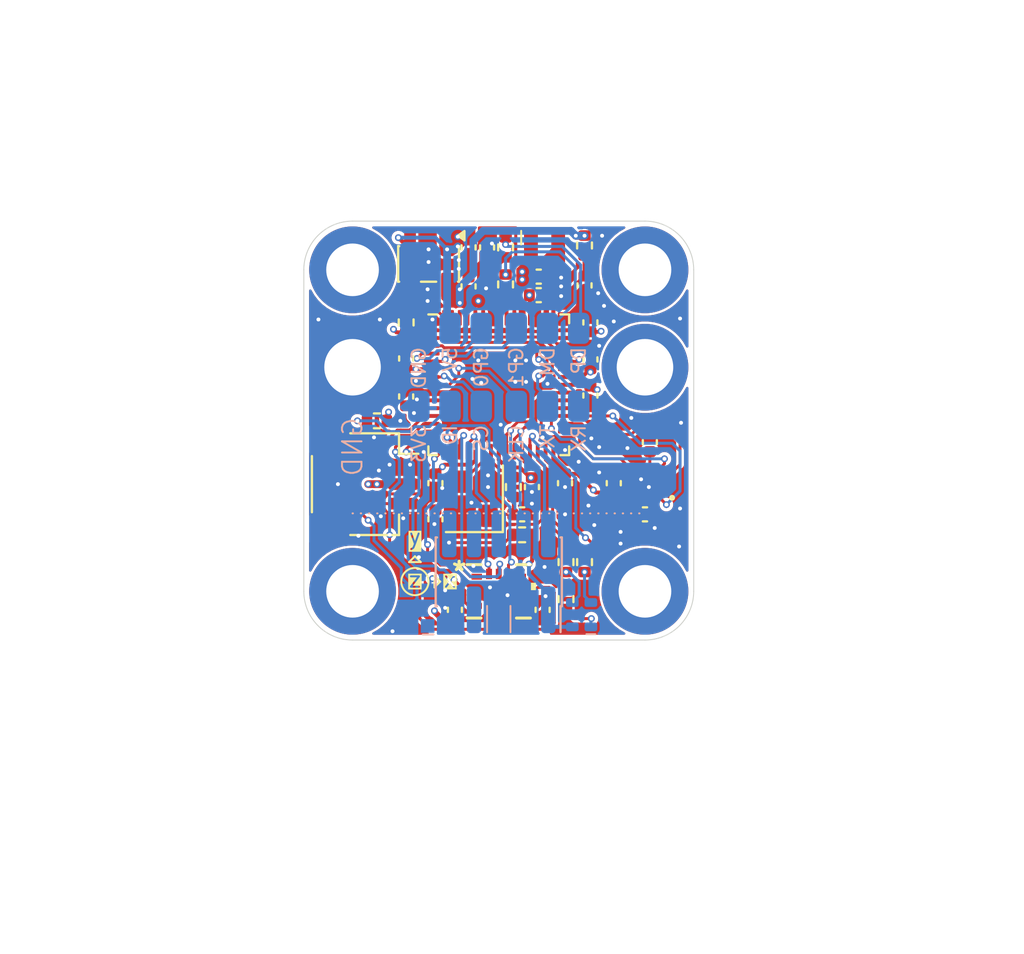
<source format=kicad_pcb>
(kicad_pcb (version 20241229) (generator "pcbnew") (generator_version "9.0")
  (layers (0 "F.Cu" signal) (4 "In1.Cu" signal) (6 "In2.Cu" signal) (2 "B.Cu" signal) (13 "F.Paste" user) (15 "B.Paste" user) (5 "F.SilkS" user "F.Silkscreen") (7 "B.SilkS" user "B.Silkscreen") (1 "F.Mask" user) (3 "B.Mask" user) (25 "Edge.Cuts" user))
  (net 0 "")
  (net 1 "+3V3")
  (net 2 "GND")
  (net 3 "+5V")
  (net 4 "VCC")
  (net 5 "Net-(U3-C1)")
  (net 6 "BKPK_USBDM")
  (net 7 "BKPK_CLK")
  (net 8 "BKPK_RX")
  (net 9 "BKPK_USBDP")
  (net 10 "BKPK_GP1")
  (net 11 "BKPK_TX")
  (net 15 "Net-(D1-RK)")
  (net 16 "Net-(D1-GK)")
  (net 17 "Net-(D1-BK)")
  (net 19 "LED_RED")
  (net 20 "LED_GREEN")
  (net 21 "LED_BLUE")
  (net 22 "Net-(C8-Pad1)")
  (net 23 "Net-(U1-XIN)")
  (net 24 "Net-(U1-VREG_AVDD)")
  (net 25 "+1V1")
  (net 26 "Net-(U1-USB_DP)")
  (net 27 "Net-(U1-USB_DM)")
  (net 28 "Net-(U1-XOUT)")
  (net 29 "Net-(U1-QSPI_SS)")
  (net 32 "/VREG_LX")
  (net 33 "RESET")
  (net 37 "BKPK_CS")
  (net 38 "BKPK_BPID")
  (net 39 "BKPK_GP0")
  (net 40 "Net-(U1-GPIO27_ADC1)")
  (net 41 "MAG_SDO")
  (net 42 "MAG_CS")
  (net 43 "MAG_SDI")
  (net 44 "MAG_CLK")
  (net 45 "ACCL_INT2")
  (net 46 "ACCL_INT1")
  (net 47 "ACCL_CLK")
  (net 50 "ACCL_CS")
  (net 51 "ACCL_SDI")
  (net 52 "ACCL_SDO")
  (net 53 "SWDIO{slash}TX{slash}SDA")
  (net 54 "SWCLK{slash}RX{slash}SCL")
  (net 55 "JST_GPIO")
  (net 59 "LED_2812")
  (footprint "Capacitor_SMD:C_0402_1005Metric" (layer "F.Cu") (at 34.25 162.8 -90)
    (property "Reference" "C9" (hide yes))
    (property "Value" "10p")
  )
  (footprint "Resistor_SMD:R_0402_1005Metric" (layer "F.Cu") (at 31.25 157.75 180)
    (property "Reference" "R10" (hide yes))
    (property "Value" "1k")
  )
  (footprint "Resistor_SMD:R_0402_1005Metric" (layer "F.Cu") (at 38.25 161.15 90)
    (property "Reference" "R6" (hide yes))
    (property "Value" "1k")
  )
  (footprint "Connector_Jake:Wurth_WA-SMST_M2_Thread_1.5mm_9774015243R" (layer "F.Cu") (at 30 155)
    (property "Reference" "J2" (hide yes))
    (property "Value" "Conn_01x01")
  )
  (footprint "Device_Jake:RP2350-QFN-60-1EP_7x7_P0.4mm_EP3.4x3.4mm" (layer "F.Cu") (at 37.5 155.9)
    (property "Reference" "U1" (hide yes))
    (property "Value" "RP2350_60QFN")
  )
  (footprint "Capacitor_SMD:C_0402_1005Metric" (layer "F.Cu") (at 36.9 148.85 90)
    (property "Reference" "C4" (hide yes))
    (property "Value" "10uF 6.3v")
  )
  (footprint "Capacitor_SMD:C_0402_1005Metric" (layer "F.Cu") (at 42.2 156.45 90)
    (property "Reference" "C21" (hide yes))
    (property "Value" "0.1uF 6.3v")
  )
  (footprint "Capacitor_SMD:C_0402_1005Metric" (layer "F.Cu") (at 39.2 161.15 90)
    (property "Reference" "C13" (hide yes))
    (property "Value" "4.7uF 6.3v")
  )
  (footprint "Capacitor_SMD:C_0402_1005Metric" (layer "F.Cu") (at 40.9 160.95 90)
    (property "Reference" "C19" (hide yes))
    (property "Value" "0.1uF 6.3v")
  )
  (footprint "Connector_Jake:MountingHole_M2.5_Corner" (layer "F.Cu") (at 30 150)
    (property "Reference" "H4" (hide yes))
    (property "Value" "MountingHole")
  )
  (footprint "Capacitor_SMD:C_0402_1005Metric" (layer "F.Cu") (at 41.9 150.8 90)
    (property "Reference" "C10" (hide yes))
    (property "Value" "4.7uF 6.3v")
  )
  (footprint "Connector_Jake:MountingHole_M2.5_Corner" (layer "F.Cu") (at 45 166.5)
    (property "Reference" "H2" (hide yes))
    (property "Value" "MountingHole")
  )
  (footprint "Resistor_SMD:R_0402_1005Metric" (layer "F.Cu") (at 32.75 152.7 90)
    (property "Reference" "R8" (hide yes))
    (property "Value" "10k")
  )
  (footprint "Device_Jake:LGA-12_2X2X1_STM" (layer "F.Cu") (at 45 160.95 180)
    (property "Reference" "U3" (hide yes))
    (property "Value" "LIS2MDLTR")
  )
  (footprint "Capacitor_SMD:C_0402_1005Metric" (layer "F.Cu") (at 42.2 154.6 -90)
    (property "Reference" "C15" (hide yes))
    (property "Value" "0.1uF 6.3v")
  )
  (footprint "Resistor_SMD:R_0402_1005Metric" (layer "F.Cu") (at 41.9 165 -90)
    (property "Reference" "R3" (hide yes))
    (property "Value" "470R")
  )
  (footprint "Capacitor_SMD:C_0402_1005Metric" (layer "F.Cu") (at 35.25 167.45 90)
    (property "Reference" "C1" (hide yes))
    (property "Value" "0.1uF 6.3v")
  )
  (footprint "Resistor_SMD:R_0402_1005Metric" (layer "F.Cu") (at 38.7 163.6 180)
    (property "Reference" "R9" (hide yes))
    (property "Value" "10k")
  )
  (footprint "Capacitor_SMD:C_0402_1005Metric" (layer "F.Cu") (at 35.95 150.85 -90)
    (property "Reference" "C18" (hide yes))
    (property "Value" "0.1uF 6.3v")
  )
  (footprint "Resistor_SMD:R_0402_1005Metric" (layer "F.Cu") (at 40.95 165 -90)
    (property "Reference" "R4" (hide yes))
    (property "Value" "470R")
  )
  (footprint "Connector_Jake:MountingHole_M2.5_Corner" (layer "F.Cu") (at 30 166.5)
    (property "Reference" "H3" (hide yes))
    (property "Value" "MountingHole")
  )
  (footprint "Capacitor_SMD:C_0402_1005Metric" (layer "F.Cu") (at 32.75 156.5 -90)
    (property "Reference" "C16" (hide yes))
    (property "Value" "0.1uF 6.3v")
  )
  (footprint "Device_Jake:L_pol_2016" (layer "F.Cu") (at 39.85 148.8)
    (property "Reference" "L1" (hide yes))
    (property "Value" "3.3uH")
  )
  (footprint "Resistor_SMD:R_0402_1005Metric" (layer "F.Cu") (at 37.85 148.85 90)
    (property "Reference" "R1" (hide yes))
    (property "Value" "27R")
  )
  (footprint "Capacitor_SMD:C_0402_1005Metric" (layer "F.Cu") (at 43.4 160.95 90)
    (property "Reference" "C6" (hide yes))
    (property "Value" "0.1uF 6.3v")
  )
  (footprint "Resistor_SMD:R_0402_1005Metric" (layer "F.Cu") (at 41.9 148.75 -90)
    (property "Reference" "R7" (hide yes))
    (property "Value" "33R")
  )
  (footprint "Connector_Jake:MountingHole_M2.5_Corner" (layer "F.Cu") (at 45 150)
    (property "Reference" "H1" (hide yes))
    (property "Value" "MountingHole")
  )
  (footprint "Capacitor_SMD:C_0402_1005Metric" (layer "F.Cu") (at 38.7 162.55)
    (property "Reference" "C8" (hide yes))
    (property "Value" "10p")
  )
  (footprint "Capacitor_SMD:C_0402_1005Metric" (layer "F.Cu") (at 34.25 160.95 90)
    (property "Reference" "C20" (hide yes))
    (property "Value" "0.1uF 6.3v")
  )
  (footprint "Crystal:Crystal_SMD_2520-4Pin_2.5x2.0mm" (layer "F.Cu") (at 36.25 161.75 90)
    (property "Reference" "Y1" (hide yes))
    (property "Value" "12MHz")
  )
  (footprint "Package_TO_SOT_SMD:SOT-23-5" (layer "F.Cu") (at 33.9 149.7 -90)
    (property "Reference" "U2" (hide yes))
    (property "Value" "AP2112K-3.3")
  )
  (footprint "Capacitor_SMD:C_0402_1005Metric" (layer "F.Cu") (at 39.75 167.45 -90)
    (property "Reference" "C5" (hide yes))
    (property "Value" "0.1uF 6.3v")
  )
  (footprint "Device_Jake:LGA14_LSM6_STM" (layer "F.Cu") (at 37.5 166.5)
    (property "Reference" "U4" (hide yes))
    (property "Value" "LSM6DSV16X")
  )
  (footprint "Capacitor_SMD:C_0402_1005Metric" (layer "F.Cu") (at 42.2 152.7 -90)
    (property "Reference" "C17" (hide yes))
    (property "Value" "0.1uF 6.3v")
  )
  (footprint "Capacitor_SMD:C_0402_1005Metric" (layer "F.Cu") (at 32.75 154.55 -90)
    (property "Reference" "C14" (hide yes))
    (property "Value" "0.1uF 6.3v")
  )
  (footprint "Capacitor_SMD:C_0402_1005Metric" (layer "F.Cu") (at 39.55 151.3 180)
    (property "Reference" "C12" (hide yes))
    (property "Value" "4.7uF 6.3v")
  )
  (footprint "Capacitor_SMD:C_0402_1005Metric" (layer "F.Cu") (at 39.55 150.35 180)
    (property "Reference" "C11" (hide yes))
    (property "Value" "4.7uF 6.3v")
  )
  (footprint "Capacitor_SMD:C_0402_1005Metric" (layer "F.Cu") (at 35.95 148.85 -90)
    (property "Reference" "C3" (hide yes))
    (property "Value" "10uF 6.3v")
  )
  (footprint "Capacitor_SMD:C_0402_1005Metric" (layer "F.Cu") (at 45 162.55)
    (property "Reference" "C2" (hide yes))
    (property "Value" "10uF 6.3v")
  )
  (footprint "Connector_Jake:JST_SH_SM03B-SRSS-TB_1x03-1MP_P1.00mm_Horizontal" (layer "F.Cu") (at 30.6 161 -90)
    (property "Reference" "J7" (hide yes))
    (property "Value" "Conn_01x03")
  )
  (footprint "Resistor_SMD:R_0402_1005Metric" (layer "F.Cu") (at 40.95 166.9 -90)
    (property "Reference" "R2" (hide yes))
    (property "Value" "1k")
  )
  (footprint "Capacitor_SMD:C_0402_1005Metric" (layer "F.Cu") (at 45.25 158.85 90)
    (property "Reference" "C24" (hide yes))
    (property "Value" "220nF 6.3v")
  )
  (footprint "Resistor_SMD:R_0402_1005Metric" (layer "F.Cu") (at 37.85 150.75 90)
    (property "Reference" "R5" (hide yes))
    (property "Value" "27R")
  )
  (footprint "Connector_Jake:Wurth_WA-SMST_M2_Thread_1.5mm_9774015243R" (layer "F.Cu") (at 45 155)
    (property "Reference" "J1" (hide yes))
    (property "Value" "Conn_01x01")
  )
  (footprint "Connector_Jake:SpringTarget_2x03_Molex_0788641001" (layer "B.Cu") (at 35 155 -90)
    (property "Reference" "J6" (hide yes))
    (property "Value" "Conn_02x03_Odd_Even")
  )
  (footprint "Connector_Jake:PinHeader_2x05_P1.27mm_Vertical_SMD_Shrouded_BD125-10-A-0305-0580-L-B" (layer "B.Cu") (at 37.5 165.5 90)
    (property "Reference" "J4" (hide yes))
    (property "Value" "Conn_ARM_JTAG_SWD_10")
  )
  (footprint "Connector_Jake:SpringTarget_2x03_Molex_0788641001" (layer "B.Cu") (at 40 155 -90)
    (property "Reference" "J3" (hide yes))
    (property "Value" "Conn_02x03_Odd_Even")
  )
  (footprint "LED_Jake:LED_RGB_1615" (layer "B.Cu") (at 41.75 167.7 90)
    (property "Reference" "D1" (hide yes))
    (property "Value" "LED_RABG")
  )
  (footprint "LED_Jake:LED_WS2812B-2020_PLCC4_2.0x2.0mm" (layer "B.Cu") (at 33.3 167.365 90)
    (property "Reference" "D2" (hide yes))
    (property "Value" "WS2812B-2020")
  )
  (gr_line (start 34.2 166.3) (end 34.5 166) (stroke (width 0.1)) (layer "F.SilkS"))
  (gr_line (start 32.9 165) (end 33.5 165) (stroke (width 0.1)) (layer "F.SilkS"))
  (gr_line (start 34.2 165.7) (end 34.2 166.3) (stroke (width 0.1)) (layer "F.SilkS"))
  (gr_circle (center 33.2 166) (end 33.9 166) (stroke (width 0.1)) (fill no) (layer "F.SilkS"))
  (gr_line (start 33.5 165) (end 33.2 164.7) (stroke (width 0.1)) (layer "F.SilkS"))
  (gr_line (start 34.5 166) (end 34.2 165.7) (stroke (width 0.1)) (layer "F.SilkS"))
  (gr_line (start 33.2 164.7) (end 32.9 165) (stroke (width 0.1)) (layer "F.SilkS"))
  (gr_line (start 30 162.5) (end 45 162.5) (stroke (width 0.1) (type dot)) (layer "B.SilkS"))
  (gr_arc (start 27.5 150) (mid 28.232233 148.232233) (end 30 147.5) (stroke (width 0.05)) (layer "Edge.Cuts"))
  (gr_arc (start 30 169) (mid 28.232233 168.267767) (end 27.5 166.5) (stroke (width 0.05)) (layer "Edge.Cuts"))
  (gr_arc (start 45 147.5) (mid 46.767767 148.232233) (end 47.5 150) (stroke (width 0.05)) (layer "Edge.Cuts"))
  (gr_line (start 47.5 150) (end 47.5 166.5) (stroke (width 0.05)) (layer "Edge.Cuts"))
  (gr_line (start 30 147.5) (end 45 147.5) (stroke (width 0.05)) (layer "Edge.Cuts"))
  (gr_line (start 27.5 166.5) (end 27.5 150) (stroke (width 0.05)) (layer "Edge.Cuts"))
  (gr_arc (start 47.5 166.5) (mid 46.767767 168.267767) (end 45 169) (stroke (width 0.05)) (layer "Edge.Cuts"))
  (gr_line (start 45 169) (end 30 169) (stroke (width 0.05)) (layer "Edge.Cuts"))
  (gr_text "y" (at 33.2 163.7 0) (layer "F.SilkS" knockout) (effects (font (size 0.8 0.8) (thickness 0.1))))
  (gr_text "z" (at 33.2 165.9 0) (layer "F.SilkS" knockout) (effects (font (size 0.8 0.8) (thickness 0.1))))
  (gr_text "x" (at 35 165.9 0) (layer "F.SilkS" knockout) (effects (font (size 0.8 0.8) (thickness 0.1))))
  (gr_text "RX" (at 41.6 157.9 90) (layer "B.SilkS") (effects (font (size 0.7 0.7) (thickness 0.1)) (justify left mirror)))
  (gr_text "GND" (at 30 157.5 90) (layer "B.SilkS") (effects (font (size 1 1) (thickness 0.1)) (justify left mirror)))
  (gr_text "CLK" (at 38.4 157.9 90) (layer "B.SilkS") (effects (font (size 0.7 0.7) (thickness 0.1)) (justify left mirror)))
  (gr_text "5V" (at 35 153.9 90) (layer "B.SilkS") (effects (font (size 0.7 0.7) (thickness 0.1)) (justify left mirror)))
  (gr_text "GP1" (at 38.4 153.9 90) (layer "B.SilkS") (effects (font (size 0.7 0.7) (thickness 0.1)) (justify left mirror)))
  (gr_text "TX" (at 40 157.9 90) (layer "B.SilkS") (effects (font (size 0.7 0.7) (thickness 0.1)) (justify left mirror)))
  (gr_text "GND" (at 33.4 153.9 90) (layer "B.SilkS") (effects (font (size 0.7 0.7) (thickness 0.1)) (justify left mirror)))
  (gr_text "ID" (at 35 157.9 90) (layer "B.SilkS") (effects (font (size 0.7 0.7) (thickness 0.1)) (justify left mirror)))
  (gr_text "DM" (at 40 153.9 90) (layer "B.SilkS") (effects (font (size 0.7 0.7) (thickness 0.1)) (justify left mirror)))
  (gr_text "DP" (at 41.6 153.9 90) (layer "B.SilkS") (effects (font (size 0.7 0.7) (thickness 0.1)) (justify left mirror)))
  (gr_text "3V3" (at 33.4 157.9 90) (layer "B.SilkS") (effects (font (size 0.7 0.7) (thickness 0.1)) (justify left mirror)))
  (gr_text "CS" (at 36.6 157.9 90) (layer "B.SilkS") (effects (font (size 0.7 0.7) (thickness 0.1)) (justify left mirror)))
  (gr_text "GP0" (at 36.6 153.9 90) (layer "B.SilkS") (effects (font (size 0.7 0.7) (thickness 0.1)) (justify left mirror)))
  (segment (start 42.12 153.1) (end 42.2 153.18) (width 0.2) (layer "F.Cu") (net 1))
  (segment (start 42.17 153.18) (end 41.85 153.5) (width 0.2) (layer "F.Cu") (net 1))
  (segment (start 32.26 153.21) (end 32.1 153.05) (width 0.2) (layer "F.Cu") (net 1))
  (segment (start 43.4 161.43) (end 42.48 161.43) (width 0.2) (layer "F.Cu") (net 1))
  (segment (start 32.75 153.21) (end 32.26 153.21) (width 0.2) (layer "F.Cu") (net 1))
  (segment (start 34.2 167.543877) (end 34.586123 167.93) (width 0.3) (layer "F.Cu") (net 1))
  (segment (start 40.9 160.47) (end 41.52 160.47) (width 0.2) (layer "F.Cu") (net 1))
  (segment (start 34.2 167.5) (end 34.2 167.543877) (width 0.3) (layer "F.Cu") (net 1))
  (segment (start 35.25 167.93) (end 36.660989 167.93) (width 0.3) (layer "F.Cu") (net 1))
  (segment (start 39.469811 167.250189) (end 39.75 166.97) (width 0.3) (layer "F.Cu") (net 1))
  (segment (start 40.3 159.35) (end 40.3 159.734) (width 0.2) (layer "F.Cu") (net 1))
  (segment (start 36.660989 167.93) (end 36.999874 167.591115) (width 0.3) (layer "F.Cu") (net 1))
  (segment (start 36.3 159.35) (end 36.3 159.777064) (width 0.2) (layer "F.Cu") (net 1))
  (segment (start 42.48 161.43) (end 42.35 161.3) (width 0.2) (layer "F.Cu") (net 1))
  (segment (start 36.999874 167.591115) (end 36.999874 167.389) (width 0.3) (layer "F.Cu") (net 1))
  (segment (start 42.55 156.15) (end 42.38 156.15) (width 0.3) (layer "F.Cu") (net 1))
  (segment (start 36.076064 160.001) (end 34.719 160.001) (width 0.2) (layer "F.Cu") (net 1))
  (segment (start 40.95 155.9) (end 42.13 155.9) (width 0.2) (layer "F.Cu") (net 1))
  (segment (start 39.21 164.94) (end 39.05 165.1) (width 0.2) (layer "F.Cu") (net 1))
  (segment (start 34.586123 167.93) (end 35.25 167.93) (width 0.3) (layer "F.Cu") (net 1))
  (segment (start 41.85 153.5) (end 40.95 153.5) (width 0.2) (layer "F.Cu") (net 1))
  (segment (start 42.72 153.18) (end 42.75 153.15) (width 0.2) (layer "F.Cu") (net 1))
  (segment (start 33.06 153.1) (end 32.9 153.26) (width 0.2) (layer "F.Cu") (net 1))
  (segment (start 41.89 148.25) (end 41.9 148.24) (width 0.4) (layer "F.Cu") (net 1))
  (segment (start 36.3 159.777064) (end 36.076064 160.001) (width 0.2) (layer "F.Cu") (net 1))
  (segment (start 40.9 160.334) (end 40.9 160.47) (width 0.2) (layer "F.Cu") (net 1))
  (segment (start 41.45 148.25) (end 41.89 148.25) (width 0.4) (layer "F.Cu") (net 1))
  (segment (start 42.2 153.18) (end 42.72 153.18) (width 0.2) (layer "F.Cu") (net 1))
  (segment (start 42.38 156.15) (end 42.2 155.97) (width 0.3) (layer "F.Cu") (net 1))
  (segment (start 34.719 160.001) (end 34.25 160.47) (width 0.2) (layer "F.Cu") (net 1))
  (segment (start 39.21 163.6) (end 39.21 164.94) (width 0.2) (layer "F.Cu") (net 1))
  (segment (start 39.1 151.33) (end 39.07 151.3) (width 0.2) (layer "F.Cu") (net 1))
  (segment (start 40.95 153.1) (end 42.12 153.1) (width 0.2) (layer "F.Cu") (net 1))
  (segment (start 34.05 153.1) (end 33.06 153.1) (width 0.2) (layer "F.Cu") (net 1))
  (segment (start 42.2 153.18) (end 42.17 153.18) (width 0.2) (layer "F.Cu") (net 1))
  (segment (start 40.3 159.734) (end 40.9 160.334) (width 0.2) (layer "F.Cu") (net 1))
  (segment (start 38.6303 167.250189) (end 39.469811 167.250189) (width 0.3) (layer "F.Cu") (net 1))
  (segment (start 41.52 160.47) (end 42.35 161.3) (width 0.2) (layer "F.Cu") (net 1))
  (segment (start 42.13 155.9) (end 42.2 155.97) (width 0.2) (layer "F.Cu") (net 1))
  (segment (start 39.1 152.45) (end 39.1 151.33) (width 0.2) (layer "F.Cu") (net 1))
  (via (at 42.35 161.3) (size 0.35) (drill 0.2) (layers "F.Cu" "B.Cu") (net 1))
  (via (at 39.07 151.3) (size 0.35) (drill 0.2) (layers "F.Cu" "B.Cu") (net 1))
  (via (at 35.5 151) (size 0.35) (drill 0.2) (layers "F.Cu" "B.Cu") (net 1))
  (via (at 42.75 153.15) (size 0.35) (drill 0.2) (layers "F.Cu" "B.Cu") (net 1))
  (via (at 33.15 157.35) (size 0.35) (drill 0.2) (layers "F.Cu" "B.Cu") (net 1))
  (via (at 35.5 151.7) (size 0.35) (drill 0.2) (layers "F.Cu" "B.Cu") (net 1))
  (via (at 32.1 153.05) (size 0.35) (drill 0.2) (layers "F.Cu" "B.Cu") (net 1))
  (via (at 39.9 166.75) (size 0.35) (drill 0.2) (layers "F.Cu" "B.Cu") (net 1))
  (via (at 33.3 156.65) (size 0.35) (drill 0.2) (layers "F.Cu" "B.Cu") (net 1))
  (via (at 42.55 156.15) (size 0.35) (drill 0.2) (layers "F.Cu" "B.Cu") (net 1))
  (via (at 36.45 151.6) (size 0.35) (drill 0.2) (layers "F.Cu" "B.Cu") (net 1))
  (via (at 39.05 165.1) (size 0.35) (drill 0.2) (layers "F.Cu" "B.Cu") (net 1))
  (via (at 41.45 148.25) (size 0.35) (drill 0.2) (layers "F.Cu" "B.Cu") (net 1))
  (via (at 34.2 167.5) (size 0.35) (drill 0.2) (layers "F.Cu" "B.Cu") (net 1))
  (via (at 41.9 148.25) (size 0.35) (drill 0.2) (layers "F.Cu" "B.Cu") (net 1))
  (via (at 34.61 160.11) (size 0.35) (drill 0.2) (layers "F.Cu" "B.Cu") (net 1))
  (segment (start 40.125 168.325) (end 41.275 168.325) (width 0.2) (layer "B.Cu") (net 1))
  (segment (start 36.2 148.5) (end 36.2 150.2) (width 0.4) (layer "B.Cu") (net 1))
  (segment (start 40.04 168.24) (end 40.125 168.325) (width 0.2) (layer "B.Cu") (net 1))
  (segment (start 41.45 148.25) (end 41.2 148) (width 0.4) (layer "B.Cu") (net 1))
  (segment (start 39.05 165.1) (end 39.05 165.63) (width 0.2) (layer "B.Cu") (net 1))
  (segment (start 36.7 148) (end 36.2 148.5) (width 0.4) (layer "B.Cu") (net 1))
  (segment (start 40.04 166.62) (end 40.04 167.45) (width 0.2) (layer "B.Cu") (net 1))
  (segment (start 36.2 150.2) (end 35.5 150.9) (width 0.4) (layer "B.Cu") (net 1))
  (segment (start 39.05 165.63) (end 40.04 166.62) (width 0.2) (layer "B.Cu") (net 1))
  (segment (start 41.9 148.25) (end 41.45 148.25) (width 0.4) (layer "B.Cu") (net 1))
  (segment (start 41.2 148) (end 36.7 148) (width 0.4) (layer "B.Cu") (net 1))
  (segment (start 40.04 167.45) (end 40.04 168.24) (width 0.2) (layer "B.Cu") (net 1))
  (segment (start 35.5 150.9) (end 35.5 151.7) (width 0.4) (layer "B.Cu") (net 1))
  (via (at 37.6 157.95) (size 0.35) (drill 0.2) (layers "F.Cu" "B.Cu") (net 2))
  (via (at 44.3 157.6) (size 0.35) (drill 0.2) (layers "F.Cu" "B.Cu") (net 2))
  (via (at 45.5 163.25) (size 0.35) (drill 0.2) (layers "F.Cu" "B.Cu") (net 2))
  (via (at 42.9 151.85) (size 0.35) (drill 0.2) (layers "F.Cu" "B.Cu") (net 2))
  (via (at 33.4 164.75) (size 0.35) (drill 0.2) (layers "F.Cu" "B.Cu") (net 2))
  (via (at 40.7 150.4) (size 0.35) (drill 0.2) (layers "F.Cu" "B.Cu") (net 2))
  (via (at 37.15 148.65) (size 0.35) (drill 0.2) (layers "F.Cu" "B.Cu") (net 2))
  (via (at 44.1 159.15) (size 0.35) (drill 0.2) (layers "F.Cu" "B.Cu") (net 2))
  (via (at 28.25 152.55) (size 0.35) (drill 0.2) (layers "F.Cu" "B.Cu") (net 2))
  (via (at 43.4 152.65) (size 0.35) (drill 0.2) (layers "F.Cu" "B.Cu") (net 2))
  (via (at 40.9 159.25) (size 0.35) (drill 0.2) (layers "F.Cu" "B.Cu") (net 2))
  (via (at 36.85 150.95) (size 0.35) (drill 0.2) (layers "F.Cu" "B.Cu") (net 2))
  (via (at 39.2 161.4) (size 0.35) (drill 0.2) (layers "F.Cu" "B.Cu") (net 2))
  (via (at 34.2 163.05) (size 0.35) (drill 0.2) (layers "F.Cu" "B.Cu") (net 2))
  (via (at 32.45 157.75) (size 0.35) (drill 0.2) (layers "F.Cu" "B.Cu") (net 2))
  (via (at 41.6 159.85) (size 0.35) (drill 0.2) (layers "F.Cu" "B.Cu") (net 2))
  (via (at 37.95 166.7) (size 0.35) (drill 0.2) (layers "F.Cu" "B.Cu") (net 2))
  (via (at 40.9 162.55) (size 0.35) (drill 0.2) (layers "F.Cu" "B.Cu") (net 2))
  (via (at 36.2 165.2) (size 0.35) (drill 0.2) (layers "F.Cu" "B.Cu") (net 2))
  (via (at 32.05 168.55) (size 0.35) (drill 0.2) (layers "F.Cu" "B.Cu") (net 2))
  (via (at 35.45 149.95) (size 0.35) (drill 0.2) (layers "F.Cu" "B.Cu") (net 2))
  (via (at 38.9 154.65) (size 0.35) (drill 0.2) (layers "F.Cu" "B.Cu") (net 2))
  (via (at 36.1 161.95) (size 0.35) (drill 0.2) (layers "F.Cu" "B.Cu") (net 2))
  (via (at 34.75 166.45) (size 0.35) (drill 0.2) (layers "F.Cu" "B.Cu") (net 2))
  (via (at 46.75 164.2) (size 0.35) (drill 0.2) (layers "F.Cu" "B.Cu") (net 2))
  (via (at 33.9 149.6) (size 0.35) (drill 0.2) (layers "F.Cu" "B.Cu") (net 2))
  (via (at 46.85 157.85) (size 0.35) (drill 0.2) (layers "F.Cu" "B.Cu") (net 2))
  (via (at 40.9 161.15) (size 0.35) (drill 0.2) (layers "F.Cu" "B.Cu") (net 2))
  (via (at 31.9 160) (size 0.35) (drill 0.2) (layers "F.Cu" "B.Cu") (net 2))
  (via (at 42.65 160.4) (size 0.35) (drill 0.2) (layers "F.Cu" "B.Cu") (net 2))
  (via (at 36.15 155.6) (size 0.35) (drill 0.2) (layers "F.Cu" "B.Cu") (net 2))
  (via (at 32.95 160) (size 0.35) (drill 0.2) (layers "F.Cu" "B.Cu") (net 2))
  (via (at 38.35 155.75) (size 0.35) (drill 0.2) (layers "F.Cu" "B.Cu") (net 2))
  (via (at 32.6 162.75) (size 0.35) (drill 0.2) (layers "F.Cu" "B.Cu") (net 2))
  (via (at 29.25 161) (size 0.35) (drill 0.2) (layers "F.Cu" "B.Cu") (net 2))
  (via (at 37.05 166.3) (size 0.35) (drill 0.2) (layers "F.Cu" "B.Cu") (net 2))
  (via (at 39.2 162) (size 0.35) (drill 0.2) (layers "F.Cu" "B.Cu") (net 2))
  (via (at 46.8 152.5) (size 0.35) (drill 0.2) (layers "F.Cu" "B.Cu") (net 2))
  (via (at 39.85 165.25) (size 0.35) (drill 0.2) (layers "F.Cu" "B.Cu") (net 2))
  (via (at 45.2 161.15) (size 0.35) (drill 0.2) (layers "F.Cu" "B.Cu") (net 2))
  (via (at 33.65 159.35) (size 0.35) (drill 0.2) (layers "F.Cu" "B.Cu") (net 2))
  (via (at 33.85 151.6) (size 0.35) (drill 0.2) (layers "F.Cu" "B.Cu") (net 2))
  (via (at 42.1 162.1) (size 0.35) (drill 0.2) (layers "F.Cu" "B.Cu") (net 2))
  (via (at 36.6 155.8) (size 0.35) (drill 0.2) (layers "F.Cu" "B.Cu") (net 2))
  (via (at 42.4 163.1) (size 0.35) (drill 0.2) (layers "F.Cu" "B.Cu") (net 2))
  (via (at 42.8 148.25) (size 0.35) (drill 0.2) (layers "F.Cu" "B.Cu") (net 2))
  (via (at 36.95 160.55) (size 0.35) (drill 0.2) (layers "F.Cu" "B.Cu") (net 2))
  (via (at 42.25 158.65) (size 0.35) (drill 0.2) (layers "F.Cu" "B.Cu") (net 2))
  (via (at 36.95 161.15) (size 0.35) (drill 0.2) (layers "F.Cu" "B.Cu") (net 2))
  (via (at 43.75 164.05) (size 0.35) (drill 0.2) (layers "F.Cu" "B.Cu") (net 2))
  (via (at 42.6 151.2) (size 0.35) (drill 0.2) (layers "F.Cu" "B.Cu") (net 2))
  (via (at 31.4 152.55) (size 0.35) (drill 0.2) (layers "F.Cu" "B.Cu") (net 2))
  (via (at 39.75 158.6) (size 0.35) (drill 0.2) (layers "F.Cu" "B.Cu") (net 2))
  (via (at 40.7 151.35) (size 0.35) (drill 0.2) (layers "F.Cu" "B.Cu") (net 2))
  (via (at 40 155.85) (size 0.35) (drill 0.2) (layers "F.Cu" "B.Cu") (net 2))
  (via (at 33.25 155.7) (size 0.35) (drill 0.2) (layers "F.Cu" "B.Cu") (net 2))
  (via (at 33.9 148.95) (size 0.35) (drill 0.2) (layers "F.Cu" "B.Cu") (net 2))
  (via (at 38.35 154.65) (size 0.35) (drill 0.2) (layers "F.Cu" "B.Cu") (net 2))
  (via (at 34.75 167.35) (size 0.35) (drill 0.2) (layers "F.Cu" "B.Cu") (net 2))
  (via (at 35.45 149.5) (size 0.35) (drill 0.2) (layers "F.Cu" "B.Cu") (net 2))
  (via (at 40.7 150.85) (size 0.35) (drill 0.2) (layers "F.Cu" "B.Cu") (net 2))
  (via (at 42.65 153.9) (size 0.35) (drill 0.2) (layers "F.Cu" "B.Cu") (net 2))
  (via (at 34.6 161.2) (size 0.35) (drill 0.2) (layers "F.Cu" "B.Cu") (net 2))
  (via (at 34.1 152.55) (size 0.35) (drill 0.2) (layers "F.Cu" "B.Cu") (net 2))
  (via (at 42.65 159.1) (size 0.35) (drill 0.2) (layers "F.Cu" "B.Cu") (net 2))
  (via (at 31.35 160.3) (size 0.35) (drill 0.2) (layers "F.Cu" "B.Cu") (net 2))
  (via (at 46.8 162.25) (size 0.35) (drill 0.2) (layers "F.Cu" "B.Cu") (net 2))
  (via (at 38.9 155.75) (size 0.35) (drill 0.2) (layers "F.Cu" "B.Cu") (net 2))
  (via (at 31.1 158.6) (size 0.35) (drill 0.2) (layers "F.Cu" "B.Cu") (net 2))
  (via (at 33.85 151) (size 0.35) (drill 0.2) (layers "F.Cu" "B.Cu") (net 2))
  (via (at 44.8 160.75) (size 0.35) (drill 0.2) (layers "F.Cu" "B.Cu") (net 2))
  (via (at 30.3 163.65) (size 0.35) (drill 0.2) (layers "F.Cu" "B.Cu") (net 2))
  (via (at 43.75 163.45) (size 0.35) (drill 0.2) (layers "F.Cu" "B.Cu") (net 2))
  (via (at 36.45 154.65) (size 0.35) (drill 0.2) (layers "F.Cu" "B.Cu") (net 2))
  (via (at 31.45 162.65) (size 0.35) (drill 0.2) (layers "F.Cu" "B.Cu") (net 2))
  (segment (start 32.5625 148.5625) (end 32.35 148.35) (width 0.2) (layer "F.Cu") (net 3))
  (segment (start 32.6 161) (end 30.8 161) (width 0.4) (layer "F.Cu") (net 3))
  (segment (start 32.95 148.5625) (end 32.5625 148.5625) (width 0.2) (layer "F.Cu") (net 3))
  (via (at 30.8 161) (size 0.35) (drill 0.2) (layers "F.Cu" "B.Cu") (net 3))
  (via (at 34.85 148.95) (size 0.35) (drill 0.2) (layers "F.Cu" "B.Cu") (net 3))
  (via (at 34.1 165.85) (size 0.35) (drill 0.2) (layers "F.Cu" "B.Cu") (net 3))
  (via (at 31.25 161) (size 0.35) (drill 0.2) (layers "F.Cu" "B.Cu") (net 3))
  (via (at 35.4 148.3) (size 0.35) (drill 0.2) (layers "F.Cu" "B.Cu") (net 3))
  (via (at 32.35 148.35) (size 0.35) (drill 0.2) (layers "F.Cu" "B.Cu") (net 3))
  (via (at 35.4 148.8) (size 0.35) (drill 0.2) (layers "F.Cu" "B.Cu") (net 3))
  (segment (start 32.35 148.35) (end 34.25 148.35) (width 0.2) (layer "B.Cu") (net 3))
  (segment (start 35.25 148.95) (end 35.4 148.8) (width 0.4) (layer "B.Cu") (net 3))
  (segment (start 33.95 166.45) (end 33.95 166) (width 0.2) (layer "B.Cu") (net 3))
  (segment (start 34.85 148.95) (end 34.85 152.85) (width 0.4) (layer "B.Cu") (net 3))
  (segment (start 34.85 152.85) (end 35 153) (width 0.4) (layer "B.Cu") (net 3))
  (segment (start 34.25 148.35) (end 34.85 148.95) (width 0.2) (layer "B.Cu") (net 3))
  (segment (start 33.95 166) (end 34.1 165.85) (width 0.2) (layer "B.Cu") (net 3))
  (segment (start 34.85 148.95) (end 35.25 148.95) (width 0.4) (layer "B.Cu") (net 3))
  (segment (start 45.25 159.33) (end 45.25 160.199999) (width 0.15) (layer "F.Cu") (net 5))
  (segment (start 37.85 150.24) (end 37.85 150.25) (width 0.15) (layer "F.Cu") (net 6))
  (via (at 37.85 150.25) (size 0.35) (drill 0.2) (layers "F.Cu" "B.Cu") (net 6))
  (segment (start 40.1 153) (end 41.424 151.676) (width 0.15) (layer "B.Cu") (net 6))
  (segment (start 40 153) (end 40.1 153) (width 0.15) (layer "B.Cu") (net 6))
  (segment (start 41.424 149.864322) (end 40.635678 149.076) (width 0.15) (layer "B.Cu") (net 6))
  (segment (start 40.635678 149.076) (end 38.189593 149.076) (width 0.15) (layer "B.Cu") (net 6))
  (segment (start 37.85 149.415593) (end 37.85 150.25) (width 0.15) (layer "B.Cu") (net 6))
  (segment (start 38.189593 149.076) (end 37.85 149.415593) (width 0.15) (layer "B.Cu") (net 6))
  (segment (start 40 153) (end 40 152.8) (width 0.15) (layer "B.Cu") (net 6))
  (segment (start 41.424 151.676) (end 41.424 149.864322) (width 0.15) (layer "B.Cu") (net 6))
  (segment (start 35.45 155.2) (end 35.45 155.415593) (width 0.15) (layer "F.Cu") (net 7))
  (segment (start 34.05 155.9) (end 34.434407 155.9) (width 0.15) (layer "F.Cu") (net 7))
  (segment (start 34.434407 155.9) (end 34.517204 155.982797) (width 0.15) (layer "F.Cu") (net 7))
  (segment (start 35.45 155.415593) (end 34.882797 155.982797) (width 0.15) (layer "F.Cu") (net 7))
  (segment (start 34.517204 155.982797) (end 34.882797 155.982797) (width 0.15) (layer "F.Cu") (net 7))
  (via (at 35.45 155.05) (size 0.35) (drill 0.2) (layers "F.Cu" "B.Cu") (net 7))
  (segment (start 36.237811 155.05) (end 36.387811 155.2) (width 0.15) (layer "B.Cu") (net 7))
  (segment (start 35.45 155.05) (end 36.237811 155.05) (width 0.15) (layer "B.Cu") (net 7))
  (segment (start 36.387811 155.2) (end 37 155.2) (width 0.15) (layer "B.Cu") (net 7))
  (segment (start 37 155.2) (end 38.4 156.6) (width 0.15) (layer "B.Cu") (net 7))
  (segment (start 38.4 156.6) (end 38.4 157) (width 0.15) (layer "B.Cu") (net 7))
  (segment (start 34.6 153.9) (end 34.05 153.9) (width 0.15) (layer "F.Cu") (net 8))
  (segment (start 39.45 154.3) (end 39.45 154.5) (width 0.15) (layer "F.Cu") (net 8))
  (segment (start 34.699 153.999) (end 34.6 153.9) (width 0.15) (layer "F.Cu") (net 8))
  (segment (start 34.699 153.999) (end 39.401 153.999) (width 0.15) (layer "F.Cu") (net 8))
  (segment (start 39.401 153.999) (end 39.45 154.048) (width 0.15) (layer "F.Cu") (net 8))
  (segment (start 39.45 154.048) (end 39.45 154.3) (width 0.15) (layer "F.Cu") (net 8))
  (segment (start 39.45 154.5) (end 39.55 154.6) (width 0.15) (layer "F.Cu") (net 8))
  (via (at 39.55 154.6) (size 0.35) (drill 0.2) (layers "F.Cu" "B.Cu") (net 8))
  (segment (start 39.75 154.6) (end 41.6 156.45) (width 0.15) (layer "B.Cu") (net 8))
  (segment (start 41.6 156.45) (end 41.6 157) (width 0.15) (layer "B.Cu") (net 8))
  (segment (start 39.55 154.6) (end 39.75 154.6) (width 0.15) (layer "B.Cu") (net 8))
  (segment (start 37.85 148.34) (end 37.85 148.35) (width 0.15) (layer "F.Cu") (net 9))
  (segment (start 37.85 148.34) (end 37.85 148.7) (width 0.15) (layer "F.Cu") (net 9))
  (via (at 37.85 148.7) (size 0.35) (drill 0.2) (layers "F.Cu" "B.Cu") (net 9))
  (segment (start 41.7 152.9) (end 41.6 153) (width 0.15) (layer "B.Cu") (net 9))
  (segment (start 37.85 148.7) (end 37.95 148.8) (width 0.15) (layer "B.Cu") (net 9))
  (segment (start 40.75 148.8) (end 41.7 149.75) (width 0.15) (layer "B.Cu") (net 9))
  (segment (start 41.7 149.75) (end 41.7 152.9) (width 0.15) (layer "B.Cu") (net 9))
  (segment (start 37.95 148.8) (end 40.75 148.8) (width 0.15) (layer "B.Cu") (net 9))
  (segment (start 34.65 154.7) (end 34.75 154.6) (width 0.15) (layer "F.Cu") (net 10))
  (segment (start 34.05 154.7) (end 34.65 154.7) (width 0.15) (layer "F.Cu") (net 10))
  (via (at 34.75 154.6) (size 0.35) (drill 0.2) (layers "F.Cu" "B.Cu") (net 10))
  (segment (start 34.924 154.426) (end 34.75 154.6) (width 0.15) (layer "B.Cu") (net 10))
  (segment (start 36.249 154.001) (end 35.824 154.426) (width 0.15) (layer "B.Cu") (net 10))
  (segment (start 38.4 153.3) (end 37.699 154.001) (width 0.15) (layer "B.Cu") (net 10))
  (segment (start 35.824 154.426) (end 34.924 154.426) (width 0.15) (layer "B.Cu") (net 10))
  (segment (start 38.4 153) (end 38.4 153.3) (width 0.15) (layer "B.Cu") (net 10))
  (segment (start 37.699 154.001) (end 36.249 154.001) (width 0.15) (layer "B.Cu") (net 10))
  (segment (start 40.25 153.95) (end 39.75 153.45) (width 0.15) (layer "F.Cu") (net 11))
  (segment (start 39.55 155.45) (end 39.762189 155.45) (width 0.15) (layer "F.Cu") (net 11))
  (segment (start 34.7 153.45) (end 34.65 153.5) (width 0.15) (layer "F.Cu") (net 11))
  (segment (start 40.25 155.15) (end 40.25 153.95) (width 0.15) (layer "F.Cu") (net 11))
  (segment (start 39.862189 155.35) (end 40.05 155.35) (width 0.15) (layer "F.Cu") (net 11))
  (segment (start 39.762189 155.45) (end 39.862189 155.35) (width 0.15) (layer "F.Cu") (net 11))
  (segment (start 39.75 153.45) (end 34.7 153.45) (width 0.15) (layer "F.Cu") (net 11))
  (segment (start 34.65 153.5) (end 34.05 153.5) (width 0.15) (layer "F.Cu") (net 11))
  (segment (start 40.05 155.35) (end 40.25 155.15) (width 0.15) (layer "F.Cu") (net 11))
  (via (at 39.55 155.45) (size 0.35) (drill 0.2) (layers "F.Cu" "B.Cu") (net 11))
  (segment (start 39.494 155.506) (end 39.494 156.059593) (width 0.15) (layer "B.Cu") (net 11))
  (segment (start 40 156.565593) (end 39.494 156.059593) (width 0.15) (layer "B.Cu") (net 11))
  (segment (start 40 156.3) (end 40 157) (width 0.15) (layer "B.Cu") (net 11))
  (segment (start 40 157) (end 40 156.565593) (width 0.15) (layer "B.Cu") (net 11))
  (segment (start 39.55 155.45) (end 39.494 155.506) (width 0.15) (layer "B.Cu") (net 11))
  (segment (start 42.25 167.9) (end 41.4 167.9) (width 0.15) (layer "F.Cu") (net 15))
  (segment (start 40.95 167.45) (end 40.95 167.41) (width 0.15) (layer "F.Cu") (net 15))
  (segment (start 41.4 167.9) (end 40.95 167.45) (width 0.15) (layer "F.Cu") (net 15))
  (via (at 42.25 167.9) (size 0.35) (drill 0.2) (layers "F.Cu" "B.Cu") (net 15))
  (segment (start 42.225 167.925) (end 42.25 167.9) (width 0.15) (layer "B.Cu") (net 15))
  (segment (start 42.225 168.325) (end 42.225 167.925) (width 0.15) (layer "B.Cu") (net 15))
  (via (at 41.9 165.51) (size 0.35) (drill 0.2) (layers "F.Cu" "B.Cu") (net 16))
  (segment (start 41.9 166.75) (end 41.9 165.51) (width 0.15) (layer "B.Cu") (net 16))
  (segment (start 41.96 165.51) (end 41.9 165.51) (width 0.15) (layer "B.Cu") (net 16))
  (segment (start 42.225 167.075) (end 41.9 166.75) (width 0.15) (layer "B.Cu") (net 16))
  (segment (start 40.95 165.51) (end 40.95 165.591082) (width 0.15) (layer "F.Cu") (net 17))
  (via (at 40.95 165.51) (size 0.35) (drill 0.2) (layers "F.Cu" "B.Cu") (net 17))
  (segment (start 41.11 165.51) (end 40.95 165.51) (width 0.15) (layer "B.Cu") (net 17))
  (segment (start 41.624 166.726) (end 41.624 166.024) (width 0.15) (layer "B.Cu") (net 17))
  (segment (start 41.275 167.075) (end 41.624 166.726) (width 0.15) (layer "B.Cu") (net 17))
  (segment (start 41.624 166.024) (end 41.11 165.51) (width 0.15) (layer "B.Cu") (net 17))
  (segment (start 42 163.75) (end 41.95 163.75) (width 0.15) (layer "F.Cu") (net 19))
  (segment (start 40.429 165.869) (end 40.429 165.232082) (width 0.15) (layer "F.Cu") (net 19))
  (segment (start 42.421 164.767918) (end 42.421 164.45) (width 0.15) (layer "F.Cu") (net 19))
  (segment (start 39.1 159.35) (end 39.1 158.670232) (width 0.15) (layer "F.Cu") (net 19))
  (segment (start 42.421 164.45) (end 42.421 164.171) (width 0.15) (layer "F.Cu") (net 19))
  (segment (start 39.1 158.670232) (end 39.228209 158.542023) (width 0.15) (layer "F.Cu") (net 19))
  (segment (start 42.421 164.171) (end 42 163.75) (width 0.15) (layer "F.Cu") (net 19))
  (segment (start 40.429 165.232082) (end 40.622082 165.039) (width 0.15) (layer "F.Cu") (net 19))
  (segment (start 40.622082 165.039) (end 41.85 165.039) (width 0.15) (layer "F.Cu") (net 19))
  (segment (start 42.149918 165.039) (end 42.421 164.767918) (width 0.15) (layer "F.Cu") (net 19))
  (segment (start 40.95 166.39) (end 40.429 165.869) (width 0.15) (layer "F.Cu") (net 19))
  (segment (start 41.85 165.039) (end 42.149918 165.039) (width 0.15) (layer "F.Cu") (net 19))
  (via (at 41.95 163.75) (size 0.35) (drill 0.2) (layers "F.Cu" "B.Cu") (net 19))
  (via (at 39.228209 158.542023) (size 0.35) (drill 0.2) (layers "F.Cu" "B.Cu") (net 19))
  (segment (start 39.228209 158.71602) (end 39.228209 158.542023) (width 0.15) (layer "B.Cu") (net 19))
  (segment (start 39.801 159.051) (end 39.563189 159.051) (width 0.15) (layer "B.Cu") (net 19))
  (segment (start 41.95 163.75) (end 41.45 163.25) (width 0.15) (layer "B.Cu") (net 19))
  (segment (start 41.45 160.7) (end 39.801 159.051) (width 0.15) (layer "B.Cu") (net 19))
  (segment (start 41.45 163.25) (end 41.45 160.7) (width 0.15) (layer "B.Cu") (net 19))
  (segment (start 39.563189 159.051) (end 39.228209 158.71602) (width 0.15) (layer "B.Cu") (net 19))
  (segment (start 39.9 159.35) (end 39.9 159.759678) (width 0.15) (layer "F.Cu") (net 20))
  (segment (start 39.9 159.759678) (end 40.263 160.122678) (width 0.15) (layer "F.Cu") (net 20))
  (segment (start 40.263 162.835678) (end 41.9 164.472678) (width 0.15) (layer "F.Cu") (net 20))
  (segment (start 41.9 164.472678) (end 41.9 164.49) (width 0.15) (layer "F.Cu") (net 20))
  (segment (start 40.263 160.122678) (end 40.263 162.835678) (width 0.15) (layer "F.Cu") (net 20))
  (segment (start 40.95 163.913) (end 40.95 164.49) (width 0.15) (layer "F.Cu") (net 21))
  (segment (start 39.987 160.237) (end 39.987 162.95) (width 0.15) (layer "F.Cu") (net 21))
  (segment (start 39.5 159.35) (end 39.5 159.75) (width 0.15) (layer "F.Cu") (net 21))
  (segment (start 39.987 162.95) (end 40.95 163.913) (width 0.15) (layer "F.Cu") (net 21))
  (segment (start 39.5 159.75) (end 39.987 160.237) (width 0.15) (layer "F.Cu") (net 21))
  (segment (start 38.25 161.66) (end 38.25 162.52) (width 0.15) (layer "F.Cu") (net 22))
  (segment (start 38.22 162.55) (end 37.025 162.55) (width 0.15) (layer "F.Cu") (net 22))
  (segment (start 38.25 162.52) (end 38.22 162.55) (width 0.15) (layer "F.Cu") (net 22))
  (segment (start 37.025 162.55) (end 36.95 162.625) (width 0.15) (layer "F.Cu") (net 22))
  (segment (start 35.63057 160.875) (end 35.55 160.875) (width 0.15) (layer "F.Cu") (net 23))
  (segment (start 36.7 159.80557) (end 35.63057 160.875) (width 0.15) (layer "F.Cu") (net 23))
  (segment (start 35.55 161.02) (end 35.55 160.875) (width 0.15) (layer "F.Cu") (net 23))
  (segment (start 34.25 162.32) (end 35.55 161.02) (width 0.15) (layer "F.Cu") (net 23))
  (segment (start 36.7 159.35) (end 36.7 159.80557) (width 0.15) (layer "F.Cu") (net 23))
  (segment (start 40.3 152.05) (end 40.4 151.95) (width 0.2) (layer "F.Cu") (net 24))
  (segment (start 41 151.95) (end 41.25 151.7) (width 0.2) (layer "F.Cu") (net 24))
  (segment (start 41.9 149.26) (end 41.9 150.32) (width 0.2) (layer "F.Cu") (net 24))
  (segment (start 40.3 152.45) (end 40.3 152.05) (width 0.2) (layer "F.Cu") (net 24))
  (segment (start 41.25 150.97) (end 41.9 150.32) (width 0.2) (layer "F.Cu") (net 24))
  (segment (start 40.4 151.95) (end 41 151.95) (width 0.2) (layer "F.Cu") (net 24))
  (segment (start 41.25 151.7) (end 41.25 150.97) (width 0.2) (layer "F.Cu") (net 24))
  (segment (start 37.75 160) (end 37.5 159.75) (width 0.2) (layer "F.Cu") (net 25))
  (segment (start 32.85 155.03) (end 32.92 155.1) (width 0.2) (layer "F.Cu") (net 25))
  (segment (start 37.5 159.75) (end 37.5 159.35) (width 0.2) (layer "F.Cu") (net 25))
  (segment (start 32.75 155.03) (end 32.85 155.03) (width 0.2) (layer "F.Cu") (net 25))
  (segment (start 40.95 155.5) (end 41.78 155.5) (width 0.2) (layer "F.Cu") (net 25))
  (segment (start 39.2 160.55) (end 39.2 160.67) (width 0.2) (layer "F.Cu") (net 25))
  (segment (start 38.588274 160.144) (end 38.119678 160.144) (width 0.2) (layer "F.Cu") (net 25))
  (segment (start 39.2 160.67) (end 39.114274 160.67) (width 0.2) (layer "F.Cu") (net 25))
  (segment (start 38.119678 160.144) (end 37.975678 160) (width 0.2) (layer "F.Cu") (net 25))
  (segment (start 32.75 155.03) (end 32.75 155.2) (width 0.2) (layer "F.Cu") (net 25))
  (segment (start 39.114274 160.67) (end 38.588274 160.144) (width 0.2) (layer "F.Cu") (net 25))
  (segment (start 37.975678 160) (end 37.75 160) (width 0.2) (layer "F.Cu") (net 25))
  (segment (start 41.78 155.5) (end 42.2 155.08) (width 0.2) (layer "F.Cu") (net 25))
  (segment (start 34.05 155.1) (end 33.25 155.1) (width 0.2) (layer "F.Cu") (net 25))
  (segment (start 33.25 155.1) (end 32.92 155.1) (width 0.2) (layer "F.Cu") (net 25))
  (via (at 38.7 150.1) (size 0.35) (drill 0.2) (layers "F.Cu" "B.Cu") (net 25))
  (via (at 42.2 155.25) (size 0.35) (drill 0.2) (layers "F.Cu" "B.Cu") (net 25))
  (via (at 33.25 155.1) (size 0.35) (drill 0.2) (layers "F.Cu" "B.Cu") (net 25))
  (via (at 39.15 160.67) (size 0.35) (drill 0.2) (layers "F.Cu" "B.Cu") (net 25))
  (via (at 38.7 150.5) (size 0.35) (drill 0.2) (layers "F.Cu" "B.Cu") (net 25))
  (segment (start 37.85 149.405726) (end 37.304 149.951726) (width 0.15) (layer "F.Cu") (net 26))
  (segment (start 37.304 149.951726) (end 37.304 151.548274) (width 0.15) (layer "F.Cu") (net 26))
  (segment (start 37.656 151.756) (end 37.9 152) (width 0.15) (layer "F.Cu") (net 26))
  (segment (start 37.85 149.36) (end 37.85 149.405726) (width 0.15) (layer "F.Cu") (net 26))
  (segment (start 37.9 152) (end 37.9 152.45) (width 0.15) (layer "F.Cu") (net 26))
  (segment (start 37.304 151.548274) (end 37.511726 151.756) (width 0.15) (layer "F.Cu") (net 26))
  (segment (start 37.511726 151.756) (end 37.656 151.756) (width 0.15) (layer "F.Cu") (net 26))
  (segment (start 37.85 151.556848) (end 37.85 151.26) (width 0.15) (layer "F.Cu") (net 27))
  (segment (start 38.3 152.006848) (end 37.85 151.556848) (width 0.15) (layer "F.Cu") (net 27))
  (segment (start 38.3 152.45) (end 38.3 152.006848) (width 0.15) (layer "F.Cu") (net 27))
  (segment (start 37.6 160.3) (end 37.1 159.8) (width 0.15) (layer "F.Cu") (net 28))
  (segment (start 38.19 160.64) (end 37.85 160.3) (width 0.15) (layer "F.Cu") (net 28))
  (segment (start 38.25 160.64) (end 38.19 160.64) (width 0.15) (layer "F.Cu") (net 28))
  (segment (start 37.1 159.8) (end 37.1 159.35) (width 0.15) (layer "F.Cu") (net 28))
  (segment (start 37.85 160.3) (end 37.6 160.3) (width 0.15) (layer "F.Cu") (net 28))
  (segment (start 32.841 152.099) (end 32.75 152.19) (width 0.15) (layer "F.Cu") (net 29))
  (segment (start 34.349 152.099) (end 32.841 152.099) (width 0.15) (layer "F.Cu") (net 29))
  (segment (start 34.7 152.45) (end 34.349 152.099) (width 0.15) (layer "F.Cu") (net 29))
  (segment (start 38.729 163.061) (end 38.19 163.6) (width 0.15) (layer "F.Cu") (net 33))
  (segment (start 38.7 159.35) (end 38.7 159.05) (width 0.15) (layer "F.Cu") (net 33))
  (segment (start 39.515128 160.189) (end 39.711 160.384872) (width 0.15) (layer "F.Cu") (net 33))
  (segment (start 39.711 162.815128) (end 39.465128 163.061) (width 0.15) (layer "F.Cu") (net 33))
  (segment (start 38.7 159.75) (end 39.139 160.189) (width 0.15) (layer "F.Cu") (net 33))
  (segment (start 38.19 163.61) (end 37.8 164) (width 0.15) (layer "F.Cu") (net 33))
  (segment (start 39.139 160.189) (end 39.515128 160.189) (width 0.15) (layer "F.Cu") (net 33))
  (segment (start 39.711 160.384872) (end 39.711 162.815128) (width 0.15) (layer "F.Cu") (net 33))
  (segment (start 39.465128 163.061) (end 38.729 163.061) (width 0.15) (layer "F.Cu") (net 33))
  (segment (start 38.7 159.35) (end 38.7 159.75) (width 0.15) (layer "F.Cu") (net 33))
  (segment (start 38.19 163.6) (end 38.19 163.61) (width 0.15) (layer "F.Cu") (net 33))
  (segment (start 37.8 164) (end 34.95 164) (width 0.15) (layer "F.Cu") (net 33))
  (via (at 34.95 164) (size 0.35) (drill 0.2) (layers "F.Cu" "B.Cu") (net 33))
  (segment (start 34.96 164.39) (end 34.95 164.4) (width 0.15) (layer "B.Cu") (net 33))
  (segment (start 34.65 155.5) (end 34.7 155.45) (width 0.15) (layer "F.Cu") (net 37))
  (segment (start 34.05 155.5) (end 34.65 155.5) (width 0.15) (layer "F.Cu") (net 37))
  (via (at 34.7 155.45) (size 0.35) (drill 0.2) (layers "F.Cu" "B.Cu") (net 37))
  (segment (start 36.6 156.7) (end 36.6 157) (width 0.15) (layer "B.Cu") (net 37))
  (segment (start 35.931095 156.031095) (end 36.6 156.7) (width 0.15) (layer "B.Cu") (net 37))
  (segment (start 35.662189 155.75) (end 35.931095 156.018906) (width 0.15) (layer "B.Cu") (net 37))
  (segment (start 34.8 155.45) (end 35.1 155.75) (width 0.15) (layer "B.Cu") (net 37))
  (segment (start 34.7 155.45) (end 34.8 155.45) (width 0.15) (layer "B.Cu") (net 37))
  (segment (start 35.1 155.75) (end 35.662189 155.75) (width 0.15) (layer "B.Cu") (net 37))
  (segment (start 35.931095 156.018906) (end 35.931095 156.031095) (width 0.15) (layer "B.Cu") (net 37))
  (segment (start 30.25 157.75) (end 30.84 157.75) (width 0.15) (layer "F.Cu") (net 38))
  (via (at 30.25 157.75) (size 0.35) (drill 0.2) (layers "F.Cu" "B.Cu") (net 38))
  (segment (start 33.95 158.05) (end 33.2 158.05) (width 0.15) (layer "B.Cu") (net 38))
  (segment (start 31.801 158.301) (end 31.25 157.75) (width 0.15) (layer "B.Cu") (net 38))
  (segment (start 32.949 158.301) (end 31.801 158.301) (width 0.15) (layer "B.Cu") (net 38))
  (segment (start 31.25 157.75) (end 30.25 157.75) (width 0.15) (layer "B.Cu") (net 38))
  (segment (start 35 157) (end 33.95 158.05) (width 0.15) (layer "B.Cu") (net 38))
  (segment (start 33.2 158.05) (end 32.949 158.301) (width 0.15) (layer "B.Cu") (net 38))
  (segment (start 33.55 154.3) (end 33.3 154.55) (width 0.15) (layer "F.Cu") (net 39))
  (segment (start 34.05 154.3) (end 33.55 154.3) (width 0.15) (layer "F.Cu") (net 39))
  (via (at 33.3 154.55) (size 0.35) (drill 0.2) (layers "F.Cu" "B.Cu") (net 39))
  (segment (start 35.7 154.15) (end 34.35 154.15) (width 0.15) (layer "B.Cu") (net 39))
  (segment (start 34.35 154.15) (end 33.95 154.55) (width 0.15) (layer "B.Cu") (net 39))
  (segment (start 36.6 153.25) (end 35.7 154.15) (width 0.15) (layer "B.Cu") (net 39))
  (segment (start 36.6 153) (end 36.6 153.25) (width 0.15) (layer "B.Cu") (net 39))
  (segment (start 33.95 154.55) (end 33.3 154.55) (width 0.15) (layer "B.Cu") (net 39))
  (segment (start 40.95 154.7) (end 41.524707 154.7) (width 0.15) (layer "F.Cu") (net 40))
  (segment (start 31.76 157.75) (end 31.76 157.39) (width 0.15) (layer "F.Cu") (net 40))
  (segment (start 31.76 157.39) (end 31.85 157.3) (width 0.15) (layer "F.Cu") (net 40))
  (segment (start 41.524707 154.7) (end 41.625707 154.599) (width 0.15) (layer "F.Cu") (net 40))
  (via (at 31.85 157.3) (size 0.35) (drill 0.2) (layers "F.Cu" "B.Cu") (net 40))
  (via (at 41.625707 154.599) (size 0.35) (drill 0.2) (layers "F.Cu" "B.Cu") (net 40))
  (segment (start 41.4 158.3) (end 41.65 158.55) (width 0.15) (layer "F.Cu") (net 41))
  (segment (start 42.35 159.7) (end 43.75 159.7) (width 0.15) (layer "F.Cu") (net 41))
  (segment (start 43.75 159.7) (end 44.249999 160.199999) (width 0.15) (layer "F.Cu") (net 41))
  (segment (start 40.95 158.3) (end 41.4 158.3) (width 0.15) (layer "F.Cu") (net 41))
  (segment (start 41.65 158.55) (end 41.65 159) (width 0.15) (layer "F.Cu") (net 41))
  (segment (start 41.65 159) (end 42.35 159.7) (width 0.15) (layer "F.Cu") (net 41))
  (segment (start 46.8 159.988342) (end 46.088342 160.7) (width 0.15) (layer "F.Cu") (net 42))
  (segment (start 41.75 157.9) (end 42 158.15) (width 0.15) (layer "F.Cu") (net 42))
  (segment (start 42 158.15) (end 42.6 158.15) (width 0.15) (layer "F.Cu") (net 42))
  (segment (start 46.088342 160.7) (end 45.750001 160.7) (width 0.15) (layer "F.Cu") (net 42))
  (segment (start 40.95 157.9) (end 41.75 157.9) (width 0.15) (layer "F.Cu") (net 42))
  (segment (start 44.3 158.45) (end 44.886 157.864) (width 0.15) (layer "F.Cu") (net 42))
  (segment (start 42.9 158.45) (end 44.3 158.45) (width 0.15) (layer "F.Cu") (net 42))
  (segment (start 42.6 158.15) (end 42.9 158.45) (width 0.15) (layer "F.Cu") (net 42))
  (segment (start 44.886 157.864) (end 45.914 157.864) (width 0.15) (layer "F.Cu") (net 42))
  (segment (start 46.8 158.75) (end 46.8 159.988342) (width 0.15) (layer "F.Cu") (net 42))
  (segment (start 45.914 157.864) (end 46.8 158.75) (width 0.15) (layer "F.Cu") (net 42))
  (segment (start 46 159.95) (end 45.750001 160.199999) (width 0.15) (layer "F.Cu") (net 43))
  (segment (start 40.3 157.1) (end 40.25 157.15) (width 0.15) (layer "F.Cu") (net 43))
  (segment (start 40.95 157.1) (end 40.3 157.1) (width 0.15) (layer "F.Cu") (net 43))
  (segment (start 40.2 157.2) (end 40.2 158.15) (width 0.15) (layer "F.Cu") (net 43))
  (segment (start 40.25 157.15) (end 40.2 157.2) (width 0.15) (layer "F.Cu") (net 43))
  (segment (start 46 159.7) (end 46 159.95) (width 0.15) (layer "F.Cu") (net 43))
  (via (at 46 159.7) (size 0.35) (drill 0.2) (layers "F.Cu" "B.Cu") (net 43))
  (via (at 40.2 158.15) (size 0.35) (drill 0.2) (layers "F.Cu" "B.Cu") (net 43))
  (segment (start 40.2 158.2) (end 40.2 158.15) (width 0.15) (layer "B.Cu") (net 43))
  (segment (start 40.7 158.7) (end 41.35 158.7) (width 0.15) (layer "B.Cu") (net 43))
  (segment (start 46 159.7) (end 45.994 159.706) (width 0.15) (layer "B.Cu") (net 43))
  (segment (start 41.35 158.7) (end 42.35 159.7) (width 0.15) (layer "B.Cu") (net 43))
  (segment (start 42.35 159.7) (end 46 159.7) (width 0.15) (layer "B.Cu") (net 43))
  (segment (start 40.7 158.7) (end 40.2 158.2) (width 0.15) (layer "B.Cu") (net 43))
  (segment (start 40.95 157.5) (end 43.35 157.5) (width 0.15) (layer "F.Cu") (net 44))
  (segment (start 45.750001 161.700001) (end 46.1 162.05) (width 0.15) (layer "F.Cu") (net 44))
  (via (at 43.35 157.5) (size 0.35) (drill 0.2) (layers "F.Cu" "B.Cu") (net 44))
  (via (at 46.1 162.05) (size 0.35) (drill 0.2) (layers "F.Cu" "B.Cu") (net 44))
  (segment (start 46.8 159.3) (end 46.8 161.35) (width 0.15) (layer "B.Cu") (net 44))
  (segment (start 44.75 158.9) (end 46.4 158.9) (width 0.15) (layer "B.Cu") (net 44))
  (segment (start 43.35 157.5) (end 44.75 158.9) (width 0.15) (layer "B.Cu") (net 44))
  (segment (start 46.8 161.35) (end 46.1 162.05) (width 0.15) (layer "B.Cu") (net 44))
  (segment (start 46.4 158.9) (end 46.8 159.3) (width 0.15) (layer "B.Cu") (net 44))
  (segment (start 39.047 166.750063) (end 39.498063 166.299) (width 0.15) (layer "F.Cu") (net 45))
  (segment (start 38.6303 166.750063) (end 39.047 166.750063) (width 0.15) (layer "F.Cu") (net 45))
  (segment (start 33.658292 158.3) (end 33.424 158.534292) (width 0.15) (layer "F.Cu") (net 45))
  (segment (start 40.086811 166.299) (end 40.351 166.563189) (width 0.15) (layer "F.Cu") (net 45))
  (segment (start 33.45 165.65) (end 31.9 164.1) (width 0.15) (layer "F.Cu") (net 45))
  (segment (start 32.524 158.776) (end 32.25 159.05) (width 0.15) (layer "F.Cu") (net 45))
  (segment (start 34.05 158.3) (end 33.658292 158.3) (width 0.15) (layer "F.Cu") (net 45))
  (segment (start 31.9 164.1) (end 31.9 163.6) (width 0.15) (layer "F.Cu") (net 45))
  (segment (start 32.25 159.05) (end 32.2 159.1) (width 0.15) (layer "F.Cu") (net 45))
  (segment (start 40.351 168.125128) (end 40.026128 168.45) (width 0.15) (layer "F.Cu") (net 45))
  (segment (start 40.026128 168.45) (end 34 168.45) (width 0.15) (layer "F.Cu") (net 45))
  (segment (start 33.424 158.534292) (end 33.25 158.708292) (width 0.15) (layer "F.Cu") (net 45))
  (segment (start 33.25 158.708292) (end 33.182292 158.776) (width 0.15) (layer "F.Cu") (net 45))
  (segment (start 33.182292 158.776) (end 32.65 158.776) (width 0.15) (layer "F.Cu") (net 45))
  (segment (start 32.2 159.1) (end 32.2 159.35) (width 0.15) (layer "F.Cu") (net 45))
  (segment (start 34 168.45) (end 33.45 167.9) (width 0.15) (layer "F.Cu") (net 45))
  (segment (start 40.351 166.563189) (end 40.351 168.125128) (width 0.15) (layer "F.Cu") (net 45))
  (segment (start 39.498063 166.299) (end 40.086811 166.299) (width 0.15) (layer "F.Cu") (net 45))
  (segment (start 33.45 167.9) (end 33.45 165.65) (width 0.15) (layer "F.Cu") (net 45))
  (segment (start 32.65 158.776) (end 32.524 158.776) (width 0.15) (layer "F.Cu") (net 45))
  (via (at 31.9 163.6) (size 0.35) (drill 0.2) (layers "F.Cu" "B.Cu") (net 45))
  (via (at 32.2 159.35) (size 0.35) (drill 0.2) (layers "F.Cu" "B.Cu") (net 45))
  (segment (start 31.9 161.4) (end 32.4 160.9) (width 0.15) (layer "B.Cu") (net 45))
  (segment (start 32.4 160.9) (end 32.4 159.75) (width 0.15) (layer "B.Cu") (net 45))
  (segment (start 32.4 159.75) (end 32.2 159.55) (width 0.15) (layer "B.Cu") (net 45))
  (segment (start 32.2 159.55) (end 32.2 159.35) (width 0.15) (layer "B.Cu") (net 45))
  (segment (start 31.901 163.599) (end 31.9 163.6) (width 0.15) (layer "B.Cu") (net 45))
  (segment (start 31.9 161.4) (end 31.901 161.401) (width 0.15) (layer "B.Cu") (net 45))
  (segment (start 31.901 161.401) (end 31.901 163.599) (width 0.15) (layer "B.Cu") (net 45))
  (segment (start 32.75 159.35) (end 32.75 159.2) (width 0.15) (layer "F.Cu") (net 46))
  (segment (start 35.761 167.058189) (end 35.953 167.250189) (width 0.15) (layer "F.Cu") (net 46))
  (segment (start 32.898 159.052) (end 33.298 159.052) (width 0.15) (layer "F.Cu") (net 46))
  (segment (start 35.761 166.461) (end 35.2 165.9) (width 0.15) (layer "F.Cu") (net 46))
  (segment (start 33.298 159.052) (end 33.65 158.7) (width 0.15) (layer "F.Cu") (net 46))
  (segment (start 35.953 167.250189) (end 36.3697 167.250189) (width 0.15) (layer "F.Cu") (net 46))
  (segment (start 35.761 166.684872) (end 35.761 167.058189) (width 0.15) (layer "F.Cu") (net 46))
  (segment (start 33.65 158.7) (end 34.05 158.7) (width 0.15) (layer "F.Cu") (net 46))
  (segment (start 32.75 159.2) (end 32.898 159.052) (width 0.15) (layer "F.Cu") (net 46))
  (segment (start 35.761 166.684872) (end 35.761 166.461) (width 0.15) (layer "F.Cu") (net 46))
  (via (at 35.2 165.9) (size 0.35) (drill 0.2) (layers "F.Cu" "B.Cu") (net 46))
  (via (at 32.75 159.35) (size 0.35) (drill 0.2) (layers "F.Cu" "B.Cu") (net 46))
  (segment (start 32.85 163.7) (end 32.85 164.837811) (width 0.15) (layer "B.Cu") (net 46))
  (segment (start 34.45 165.4) (end 34.7 165.4) (width 0.15) (layer "B.Cu") (net 46))
  (segment (start 34.251 165.201) (end 34.45 165.4) (width 0.15) (layer "B.Cu") (net 46))
  (segment (start 33.1 161.8) (end 33.1 163.45) (width 0.15) (layer "B.Cu") (net 46))
  (segment (start 32.937811 159.35) (end 33.401 159.813189) (width 0.15) (layer "B.Cu") (net 46))
  (segment (start 33.213189 165.201) (end 34.251 165.201) (width 0.15) (layer "B.Cu") (net 46))
  (segment (start 34.7 165.4) (end 35.2 165.9) (width 0.15) (layer "B.Cu") (net 46))
  (segment (start 33.1 163.45) (end 32.85 163.7) (width 0.15) (layer "B.Cu") (net 46))
  (segment (start 32.75 159.35) (end 32.937811 159.35) (width 0.15) (layer "B.Cu") (net 46))
  (segment (start 32.85 164.837811) (end 33.213189 165.201) (width 0.15) (layer "B.Cu") (net 46))
  (segment (start 33.401 161.499) (end 33.1 161.8) (width 0.15) (layer "B.Cu") (net 46))
  (segment (start 33.401 159.813189) (end 33.401 161.499) (width 0.15) (layer "B.Cu") (net 46))
  (segment (start 37.5 165.611) (end 37.5 165.15) (width 0.15) (layer "F.Cu") (net 47))
  (segment (start 35.5 158.75) (end 35.7 158.55) (width 0.15) (layer "F.Cu") (net 47))
  (segment (start 37.5 165.15) (end 37.55 165.1) (width 0.15) (layer "F.Cu") (net 47))
  (segment (start 35.5 159.35) (end 35.5 158.75) (width 0.15) (layer "F.Cu") (net 47))
  (segment (start 35.7 158.55) (end 35.7 158.5) (width 0.15) (layer "F.Cu") (net 47))
  (via (at 35.7 158.5) (size 0.35) (drill 0.2) (layers "F.Cu" "B.Cu") (net 47))
  (via (at 37.55 165.1) (size 0.35) (drill 0.2) (layers "F.Cu" "B.Cu") (net 47))
  (segment (start 37.4 165.75) (end 36.062189 165.75) (width 0.15) (layer "B.Cu") (net 47))
  (segment (start 37.55 165.6) (end 37.4 165.75) (width 0.15) (layer "B.Cu") (net 47))
  (segment (start 35.6 165.287811) (end 35.6 162.5) (width 0.15) (layer "B.Cu") (net 47))
  (segment (start 37.55 165.1) (end 37.55 165.6) (width 0.15) (layer "B.Cu") (net 47))
  (segment (start 36.062189 165.75) (end 35.6 165.287811) (width 0.15) (layer "B.Cu") (net 47))
  (segment (start 35.6 162.5) (end 35.6 158.6) (width 0.15) (layer "B.Cu") (net 47))
  (segment (start 35.1 159.35) (end 35.1 158.85) (width 0.15) (layer "F.Cu") (net 50))
  (segment (start 35.1 158.85) (end 34.85 158.6) (width 0.15) (layer "F.Cu") (net 50))
  (segment (start 38.000126 165.611) (end 38.000126 165.149874) (width 0.15) (layer "F.Cu") (net 50))
  (segment (start 38.000126 165.149874) (end 38.15 165) (width 0.15) (layer "F.Cu") (net 50))
  (via (at 34.85 158.6) (size 0.35) (drill 0.2) (layers "F.Cu" "B.Cu") (net 50))
  (via (at 38.15 165) (size 0.35) (drill 0.2) (layers "F.Cu" "B.Cu") (net 50))
  (segment (start 37.5 161.6) (end 37.5 159.65) (width 0.15) (layer "B.Cu") (net 50))
  (segment (start 34.85 158.3) (end 35.149 158.001) (width 0.15) (layer "B.Cu") (net 50))
  (segment (start 38.071 162.171) (end 37.5 161.6) (width 0.15) (layer "B.Cu") (net 50))
  (segment (start 37.5 159.65) (end 36.999 159.149) (width 0.15) (layer "B.Cu") (net 50))
  (segment (start 35.149 158.001) (end 36.751 158.001) (width 0.15) (layer "B.Cu") (net 50))
  (segment (start 34.85 158.6) (end 34.85 158.3) (width 0.15) (layer "B.Cu") (net 50))
  (segment (start 38.15 165) (end 38.071 164.921) (width 0.15) (layer "B.Cu") (net 50))
  (segment (start 36.751 158.001) (end 36.999 158.249) (width 0.15) (layer "B.Cu") (net 50))
  (segment (start 36.999 158.249) (end 36.999 159.149) (width 0.15) (layer "B.Cu") (net 50))
  (segment (start 38.071 164.921) (end 38.071 162.171) (width 0.15) (layer "B.Cu") (net 50))
  (segment (start 36.999874 165.611) (end 36.999874 165.149874) (width 0.15) (layer "F.Cu") (net 51))
  (segment (start 35.9 159.35) (end 35.9 158.95) (width 0.15) (layer "F.Cu") (net 51))
  (segment (start 36.999874 165.149874) (end 36.95 165.1) (width 0.15) (layer "F.Cu") (net 51))
  (segment (start 36.222184 158.621464) (end 36.222184 158.5543) (width 0.15) (layer "F.Cu") (net 51))
  (segment (start 35.9 159.3375) (end 35.9 158.943648) (width 0.15) (layer "F.Cu") (net 51))
  (segment (start 35.9 158.943648) (end 36.222184 158.621464) (width 0.15) (layer "F.Cu") (net 51))
  (via (at 36.222184 158.5543) (size 0.35) (drill 0.2) (layers "F.Cu" "B.Cu") (net 51))
  (via (at 36.95 165.1) (size 0.35) (drill 0.2) (layers "F.Cu" "B.Cu") (net 51))
  (segment (start 36.222184 158.5543) (end 36.222184 158.572184) (width 0.15) (layer "B.Cu") (net 51))
  (segment (start 36.85 161.95) (end 36.35 161.45) (width 0.15) (layer "B.Cu") (net 51))
  (segment (start 36.85 165) (end 36.85 161.95) (width 0.15) (layer "B.Cu") (net 51))
  (segment (start 36.95 165.1) (end 36.85 165) (width 0.15) (layer "B.Cu") (net 51))
  (segment (start 36.222184 158.572184) (end 36.35 158.7) (width 0.15) (layer "B.Cu") (net 51))
  (segment (start 36.35 161.45) (end 36.35 158.7) (width 0.15) (layer "B.Cu") (net 51))
  (segment (start 36.3697 165.749811) (end 36.049811 165.749811) (width 0.15) (layer "F.Cu") (net 52))
  (segment (start 34.551 159.35) (end 34.201 159.7) (width 0.15) (layer "F.Cu") (net 52))
  (segment (start 36.049811 165.749811) (end 35.45 165.15) (width 0.15) (layer "F.Cu") (net 52))
  (segment (start 33.85 164.5) (end 33.85 164.1) (width 0.15) (layer "F.Cu") (net 52))
  (segment (start 34.7 159.35) (end 34.551 159.35) (width 0.15) (layer "F.Cu") (net 52))
  (segment (start 35.45 165.15) (end 34.5 165.15) (width 0.15) (layer "F.Cu") (net 52))
  (segment (start 34.5 165.15) (end 33.85 164.5) (width 0.15) (layer "F.Cu") (net 52))
  (via (at 34.201 159.7) (size 0.35) (drill 0.2) (layers "F.Cu" "B.Cu") (net 52))
  (via (at 33.85 164.1) (size 0.35) (drill 0.2) (layers "F.Cu" "B.Cu") (net 52))
  (segment (start 33.75 162.3) (end 33.75 164) (width 0.15) (layer "B.Cu") (net 52))
  (segment (start 33.75 164) (end 33.85 164.1) (width 0.15) (layer "B.Cu") (net 52))
  (segment (start 34.149 159.752) (end 34.149 161.899) (width 0.15) (layer "B.Cu") (net 52))
  (segment (start 34.15 161.9) (end 33.75 162.3) (width 0.15) (layer "B.Cu") (net 52))
  (segment (start 34.149 161.899) (end 34.15 161.9) (width 0.15) (layer "B.Cu") (net 52))
  (segment (start 34.201 159.7) (end 34.149 159.752) (width 0.15) (layer "B.Cu") (net 52))
  (segment (start 40.368 156.7) (end 40.3 156.632) (width 0.15) (layer "F.Cu") (net 53))
  (segment (start 38.3 158.687811) (end 38.629998 158.357813) (width 0.15) (layer "F.Cu") (net 53))
  (segment (start 39.908322 156.632) (end 39.677 156.863322) (width 0.15) (layer "F.Cu") (net 53))
  (segment (start 40.3 156.632) (end 39.908322 156.632) (width 0.15) (layer "F.Cu") (net 53))
  (segment (start 39.677 157.915323) (end 39.515323 158.077) (width 0.15) (layer "F.Cu") (net 53))
  (segment (start 38.629998 158.357813) (end 38.629998 158.284998) (width 0.15) (layer "F.Cu") (net 53))
  (segment (start 39.515323 158.077) (end 38.837996 158.077) (width 0.15) (layer "F.Cu") (net 53))
  (segment (start 38.837996 158.077) (end 38.629998 158.284998) (width 0.15) (layer "F.Cu") (net 53))
  (segment (start 38.3 159.35) (end 38.3 158.687811) (width 0.15) (layer "F.Cu") (net 53))
  (segment (start 40.95 156.7) (end 40.368 156.7) (width 0.15) (layer "F.Cu") (net 53))
  (segment (start 39.677 156.863322) (end 39.677 157.915323) (width 0.15) (layer "F.Cu") (net 53))
  (via (at 38.629998 158.284998) (size 0.35) (drill 0.2) (layers "F.Cu" "B.Cu") (net 53))
  (segment (start 39.85 160.05) (end 39.85 163.36) (width 0.15) (layer "B.Cu") (net 53))
  (segment (start 39.85 163.36) (end 40.04 163.55) (width 0.15) (layer "B.Cu") (net 53))
  (segment (start 38.629998 158.284998) (end 38.599 158.315996) (width 0.15) (layer "B.Cu") (net 53))
  (segment (start 38.599 158.799) (end 39.85 160.05) (width 0.15) (layer "B.Cu") (net 53))
  (segment (start 38.599 158.315996) (end 38.599 158.799) (width 0.15) (layer "B.Cu") (net 53))
  (segment (start 37.9 159.35) (end 37.9 158.9) (width 0.15) (layer "F.Cu") (net 54))
  (segment (start 39.401 157.801) (end 38.476185 157.801) (width 0.15) (layer "F.Cu") (net 54))
  (segment (start 39.401 156.749) (end 39.401 157.801) (width 0.15) (layer "F.Cu") (net 54))
  (segment (start 40.35 156.3) (end 40.294 156.356) (width 0.15) (layer "F.Cu") (net 54))
  (segment (start 38.10549 158.171695) (end 38.10549 158.245924) (width 0.15) (layer "F.Cu") (net 54))
  (segment (start 40.95 156.3) (end 40.35 156.3) (width 0.15) (layer "F.Cu") (net 54))
  (segment (start 37.9 158.9) (end 37.9 158.451414) (width 0.15) (layer "F.Cu") (net 54))
  (segment (start 38.476185 157.801) (end 38.10549 158.171695) (width 0.15) (layer "F.Cu") (net 54))
  (segment (start 37.9 158.451414) (end 38.10549 158.245924) (width 0.15) (layer "F.Cu") (net 54))
  (segment (start 39.794 156.356) (end 39.401 156.749) (width 0.15) (layer "F.Cu") (net 54))
  (segment (start 40.294 156.356) (end 39.794 156.356) (width 0.15) (layer "F.Cu") (net 54))
  (via (at 38.10549 158.245924) (size 0.35) (drill 0.2) (layers "F.Cu" "B.Cu") (net 54))
  (segment (start 38.6 163.38) (end 38.6 159.8) (width 0.15) (layer "B.Cu") (net 54))
  (segment (start 38.10549 158.245924) (end 38.10549 159.30549) (width 0.15) (layer "B.Cu") (net 54))
  (segment (start 38.10549 159.30549) (end 38.6 159.8) (width 0.15) (layer "B.Cu") (net 54))
  (segment (start 38.77 163.55) (end 38.6 163.38) (width 0.15) (layer "B.Cu") (net 54))
  (segment (start 33.65 157.9) (end 33.05 158.5) (width 0.15) (layer "F.Cu") (net 55))
  (segment (start 30.1 161.35) (end 30.75 162) (width 0.15) (layer "F.Cu") (net 55))
  (segment (start 34.05 157.9) (end 33.65 157.9) (width 0.15) (layer "F.Cu") (net 55))
  (segment (start 30.1 160.809678) (end 30.1 161.35) (width 0.15) (layer "F.Cu") (net 55))
  (segment (start 32.409678 158.5) (end 30.1 160.809678) (width 0.15) (layer "F.Cu") (net 55))
  (segment (start 33.05 158.5) (end 32.409678 158.5) (width 0.15) (layer "F.Cu") (net 55))
  (segment (start 30.75 162) (end 32.6 162) (width 0.15) (layer "F.Cu") (net 55))
  (segment (start 29.824 160.695355) (end 29.824 161.25) (width 0.15) (layer "F.Cu") (net 59))
  (segment (start 32.935678 158.224) (end 32.476 158.224) (width 0.15) (layer "F.Cu") (net 59))
  (segment (start 34.05 157.5) (end 33.659677 157.5) (width 0.15) (layer "F.Cu") (net 59))
  (segment (start 33.659677 157.5) (end 33.229839 157.929839) (width 0.15) (layer "F.Cu") (net 59))
  (segment (start 33.229839 157.929839) (end 32.935678 158.224) (width 0.15) (layer "F.Cu") (net 59))
  (segment (start 32.133678 158.385677) (end 30.234678 160.284678) (width 0.15) (layer "F.Cu") (net 59))
  (segment (start 32.476 158.224) (end 32.295356 158.224) (width 0.15) (layer "F.Cu") (net 59))
  (segment (start 29.824 161.874) (end 30.8 162.85) (width 0.15) (layer "F.Cu") (net 59))
  (segment (start 30.234678 160.284678) (end 29.824 160.695355) (width 0.15) (layer "F.Cu") (net 59))
  (segment (start 32.295356 158.224) (end 32.133678 158.385677) (width 0.15) (layer "F.Cu") (net 59))
  (segment (start 29.824 161.25) (end 29.824 161.874) (width 0.15) (layer "F.Cu") (net 59))
  (via (at 30.8 162.85) (size 0.35) (drill 0.2) (layers "F.Cu" "B.Cu") (net 59))
  (segment (start 32.85 166.15) (end 32.85 166.45) (width 0.15) (layer "B.Cu") (net 59))
  (segment (start 32.5 165.8) (end 32.85 166.15) (width 0.15) (layer "B.Cu") (net 59))
  (segment (start 31.1 163.9) (end 32.5 165.3) (width 0.15) (layer "B.Cu") (net 59))
  (segment (start 30.8 162.85) (end 31.1 163.15) (width 0.15) (layer "B.Cu") (net 59))
  (segment (start 32.5 165.3) (end 32.5 165.8) (width 0.15) (layer "B.Cu") (net 59))
  (segment (start 31.1 163.15) (end 31.1 163.9) (width 0.15) (layer "B.Cu") (net 59))
  (zone (net 1) (net_name "+3V3") (layer "F.Cu") (priority 5) (connect_pads yes (clearance 0.125)) (min_thickness 0.125) (fill yes (thermal_gap 0.5) (thermal_bridge_width 0.5))
    (polygon (pts (xy 37.25 149.05) (xy 37.25 149.55) (xy 36.8 150) (xy 36.8 151.4) (xy 37.3 151.9) (xy 37.65 151.9) (xy 37.65 152.9) (xy 36.95 152.9) (xy 36.95 152.15) (xy 36.85 152.05) (xy 35.1 152.05) (xy 34.55 151.5) (xy 34.55 150.15) (xy 36.3 150.15) (xy 36.3 149.75) (xy 36.5 149.55) (xy 36.5 149.05)))
  )
  (zone (net 1) (net_name "+3V3") (layer "F.Cu") (priority 1) (connect_pads yes (clearance 0.125)) (min_thickness 0.125) (fill yes (thermal_gap 0.5) (thermal_bridge_width 0.5))
    (polygon (pts (xy 44.95 162) (xy 44.55 161) (xy 42.95 161) (xy 42.95 161.8) (xy 44.15 163.05) (xy 44.95 163.05)))
  )
  (zone (net 3) (net_name "+5V") (layer "F.Cu") (priority 4) (connect_pads yes (clearance 0.125)) (min_thickness 0.125) (fill yes (thermal_gap 0.5) (thermal_bridge_width 0.5))
    (polygon (pts (xy 36.3 147) (xy 36.3 148.65) (xy 36.2 148.75) (xy 35.75 148.75) (xy 35.2 149.3) (xy 34.6 149.3) (xy 34.45 149.15) (xy 34.45 147)))
  )
  (zone (net 32) (net_name "/VREG_LX") (layer "F.Cu") (priority 2) (connect_pads yes (clearance 0.125)) (min_thickness 0.125) (fill yes (thermal_gap 0.5) (thermal_bridge_width 0.5))
    (polygon (pts (xy 39.7 152.95) (xy 39.7 152.1) (xy 39.75 152.1) (xy 39.75 150.15) (xy 40.05 149.95) (xy 40.7 149.95) (xy 40.9 149.75) (xy 40.9 147.95) (xy 40.2 147.95) (xy 40.2 148.9) (xy 39.35 149.75) (xy 39.35 151.5) (xy 39.3 151.65) (xy 39.3 152.95)))
  )
  (zone (net 25) (net_name "+1V1") (layer "F.Cu") (priority 3) (connect_pads yes (clearance 0.125)) (min_thickness 0.125) (fill yes (thermal_gap 0.5) (thermal_bridge_width 0.5))
    (polygon (pts (xy 38.9 152.95) (xy 38.9 150.95) (xy 39.3 150.95) (xy 39.3 149.75) (xy 39.5 149.55) (xy 39.5 147.95) (xy 38.8 147.95) (xy 38.8 149.55) (xy 38.4 149.95) (xy 38.4 152.95)))
  )
  (zone (net 2) (net_name "GND") (layer "F.Cu") (connect_pads yes (clearance 0.125)) (min_thickness 0.125) (fill yes (thermal_gap 0.5) (thermal_bridge_width 0.5))
    (polygon (pts (xy 49 145.5) (xy 49 171) (xy 26 171) (xy 26 145.5) (xy 38.45 145.5) (xy 38.45 150.1) (xy 41.2 150.1) (xy 41.45 149.85) (xy 41.45 145.5)))
  )
  (zone (net 1) (net_name "+3V3") (layers "F.Cu" "B.Cu") (priority 6) (connect_pads yes (clearance 0.125)) (min_thickness 0.125) (fill yes (thermal_gap 0.5) (thermal_bridge_width 0.5))
    (polygon (pts (xy 34.45 157) (xy 33.8 157) (xy 33.65 156.85) (xy 33.65 156.45) (xy 33.6 156.4) (xy 33.15 156.4) (xy 32.45 157) (xy 32.45 157.1) (xy 32.6 157.25) (xy 32.85 157.25) (xy 32.9 157.3) (xy 32.9 157.6) (xy 33.1 157.8) (xy 33.6 157.8) (xy 33.65 157.75) (xy 33.65 157.35) (xy 33.8 157.2) (xy 34.45 157.2)))
  )
  (zone (net 2) (net_name "GND") (layers "B.Cu" "In1.Cu" "In2.Cu") (connect_pads yes (clearance 0.125)) (min_thickness 0.125) (fill yes (thermal_gap 0.5) (thermal_bridge_width 0.5))
    (polygon (pts (xy 26.5 146) (xy 48.5 146) (xy 48.5 170) (xy 26.5 170)))
  )
)
</source>
